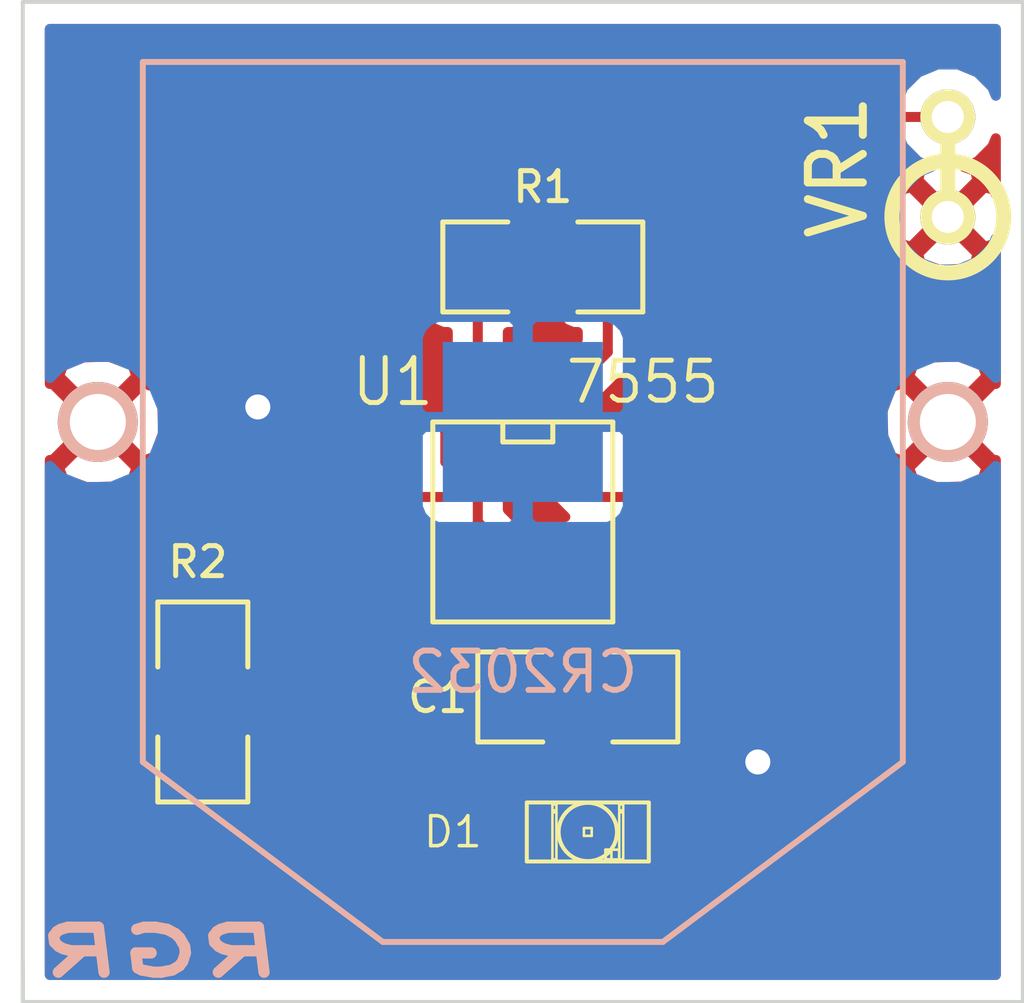
<source format=kicad_pcb>
(kicad_pcb (version 3) (host pcbnew "(2013-05-31 BZR 4019)-stable")

  (general
    (links 14)
    (no_connects 0)
    (area 60.401999 61.417999 87.5411 86.918001)
    (thickness 1.6)
    (drawings 13)
    (tracks 33)
    (zones 0)
    (modules 7)
    (nets 7)
  )

  (page A3)
  (layers
    (15 F.Cu signal)
    (0 B.Cu signal)
    (16 B.Adhes user)
    (17 F.Adhes user)
    (18 B.Paste user)
    (19 F.Paste user)
    (20 B.SilkS user)
    (21 F.SilkS user)
    (22 B.Mask user)
    (23 F.Mask user)
    (24 Dwgs.User user)
    (25 Cmts.User user)
    (26 Eco1.User user)
    (27 Eco2.User user)
    (28 Edge.Cuts user)
  )

  (setup
    (last_trace_width 0.254)
    (trace_clearance 0.254)
    (zone_clearance 0.508)
    (zone_45_only no)
    (trace_min 0.254)
    (segment_width 0.2)
    (edge_width 0.1)
    (via_size 0.889)
    (via_drill 0.635)
    (via_min_size 0.889)
    (via_min_drill 0.508)
    (uvia_size 0.508)
    (uvia_drill 0.127)
    (uvias_allowed no)
    (uvia_min_size 0.508)
    (uvia_min_drill 0.127)
    (pcb_text_width 0.3)
    (pcb_text_size 1.5 1.5)
    (mod_edge_width 0.15)
    (mod_text_size 1 1)
    (mod_text_width 0.15)
    (pad_size 4.064 4.064)
    (pad_drill 0)
    (pad_to_mask_clearance 0)
    (aux_axis_origin 0 0)
    (visible_elements FFFFFFBF)
    (pcbplotparams
      (layerselection 284196865)
      (usegerberextensions true)
      (excludeedgelayer true)
      (linewidth 0.150000)
      (plotframeref false)
      (viasonmask false)
      (mode 1)
      (useauxorigin false)
      (hpglpennumber 1)
      (hpglpenspeed 20)
      (hpglpendiameter 15)
      (hpglpenoverlay 2)
      (psnegative false)
      (psa4output false)
      (plotreference true)
      (plotvalue true)
      (plotothertext true)
      (plotinvisibletext false)
      (padsonsilk false)
      (subtractmaskfromsilk false)
      (outputformat 1)
      (mirror false)
      (drillshape 0)
      (scaleselection 1)
      (outputdirectory C:/Users/grant/Dropbox/BenchBuddy/GTB/Gerbers/))
  )

  (net 0 "")
  (net 1 GND)
  (net 2 N-000001)
  (net 3 N-000002)
  (net 4 N-000003)
  (net 5 N-000007)
  (net 6 VCC)

  (net_class Default "This is the default net class."
    (clearance 0.254)
    (trace_width 0.254)
    (via_dia 0.889)
    (via_drill 0.635)
    (uvia_dia 0.508)
    (uvia_drill 0.127)
    (add_net "")
    (add_net GND)
    (add_net N-000001)
    (add_net N-000002)
    (add_net N-000003)
    (add_net N-000007)
    (add_net VCC)
  )

  (module SO8N (layer F.Cu) (tedit 52522B2A) (tstamp 5251EC28)
    (at 73.152 74.676 270)
    (descr "Module CMS SOJ 8 pins large")
    (tags "CMS SOJ")
    (path /5251E58C)
    (attr smd)
    (fp_text reference U1 (at -3.556 3.302 360) (layer F.SilkS)
      (effects (font (size 1.143 1.016) (thickness 0.127)))
    )
    (fp_text value 7555 (at -3.556 -3.048 360) (layer F.SilkS)
      (effects (font (size 1.016 1.016) (thickness 0.127)))
    )
    (fp_line (start -2.54 -2.286) (end 2.54 -2.286) (layer F.SilkS) (width 0.127))
    (fp_line (start 2.54 -2.286) (end 2.54 2.286) (layer F.SilkS) (width 0.127))
    (fp_line (start 2.54 2.286) (end -2.54 2.286) (layer F.SilkS) (width 0.127))
    (fp_line (start -2.54 2.286) (end -2.54 -2.286) (layer F.SilkS) (width 0.127))
    (fp_line (start -2.54 -0.762) (end -2.032 -0.762) (layer F.SilkS) (width 0.127))
    (fp_line (start -2.032 -0.762) (end -2.032 0.508) (layer F.SilkS) (width 0.127))
    (fp_line (start -2.032 0.508) (end -2.54 0.508) (layer F.SilkS) (width 0.127))
    (pad 8 smd rect (at -1.905 -3.175 270) (size 0.508 1.143)
      (layers F.Cu F.Paste F.Mask)
      (net 6 VCC)
    )
    (pad 7 smd rect (at -0.635 -3.175 270) (size 0.508 1.143)
      (layers F.Cu F.Paste F.Mask)
      (net 2 N-000001)
    )
    (pad 6 smd rect (at 0.635 -3.175 270) (size 0.508 1.143)
      (layers F.Cu F.Paste F.Mask)
      (net 5 N-000007)
    )
    (pad 5 smd rect (at 1.905 -3.175 270) (size 0.508 1.143)
      (layers F.Cu F.Paste F.Mask)
    )
    (pad 4 smd rect (at 1.905 3.175 270) (size 0.508 1.143)
      (layers F.Cu F.Paste F.Mask)
      (net 6 VCC)
    )
    (pad 3 smd rect (at 0.635 3.175 270) (size 0.508 1.143)
      (layers F.Cu F.Paste F.Mask)
      (net 4 N-000003)
    )
    (pad 2 smd rect (at -0.635 3.175 270) (size 0.508 1.143)
      (layers F.Cu F.Paste F.Mask)
      (net 5 N-000007)
    )
    (pad 1 smd rect (at -1.905 3.175 270) (size 0.508 1.143)
      (layers F.Cu F.Paste F.Mask)
      (net 1 GND)
    )
    (model smd/cms_so8.wrl
      (at (xyz 0 0 0))
      (scale (xyz 0.5 0.38 0.5))
      (rotate (xyz 0 0 0))
    )
  )

  (module SM1206 (layer F.Cu) (tedit 52522A68) (tstamp 5251EC34)
    (at 74.549 79.121)
    (path /5251E5B9)
    (attr smd)
    (fp_text reference C1 (at -3.556 0) (layer F.SilkS)
      (effects (font (size 0.762 0.762) (thickness 0.127)))
    )
    (fp_text value 1U (at 0 0) (layer F.SilkS) hide
      (effects (font (size 0.762 0.762) (thickness 0.127)))
    )
    (fp_line (start -2.54 -1.143) (end -2.54 1.143) (layer F.SilkS) (width 0.127))
    (fp_line (start -2.54 1.143) (end -0.889 1.143) (layer F.SilkS) (width 0.127))
    (fp_line (start 0.889 -1.143) (end 2.54 -1.143) (layer F.SilkS) (width 0.127))
    (fp_line (start 2.54 -1.143) (end 2.54 1.143) (layer F.SilkS) (width 0.127))
    (fp_line (start 2.54 1.143) (end 0.889 1.143) (layer F.SilkS) (width 0.127))
    (fp_line (start -0.889 -1.143) (end -2.54 -1.143) (layer F.SilkS) (width 0.127))
    (pad 1 smd rect (at -1.651 0) (size 1.524 2.032)
      (layers F.Cu F.Paste F.Mask)
      (net 5 N-000007)
    )
    (pad 2 smd rect (at 1.651 0) (size 1.524 2.032)
      (layers F.Cu F.Paste F.Mask)
      (net 1 GND)
    )
    (model smd/chip_cms.wrl
      (at (xyz 0 0 0))
      (scale (xyz 0.17 0.16 0.16))
      (rotate (xyz 0 0 0))
    )
  )

  (module SM1206 (layer F.Cu) (tedit 52522B32) (tstamp 5251EC40)
    (at 73.66 68.199 180)
    (path /5251E5C8)
    (attr smd)
    (fp_text reference R1 (at 0 2.032 180) (layer F.SilkS)
      (effects (font (size 0.762 0.762) (thickness 0.127)))
    )
    (fp_text value 470K (at 0 0 180) (layer F.SilkS) hide
      (effects (font (size 0.762 0.762) (thickness 0.127)))
    )
    (fp_line (start -2.54 -1.143) (end -2.54 1.143) (layer F.SilkS) (width 0.127))
    (fp_line (start -2.54 1.143) (end -0.889 1.143) (layer F.SilkS) (width 0.127))
    (fp_line (start 0.889 -1.143) (end 2.54 -1.143) (layer F.SilkS) (width 0.127))
    (fp_line (start 2.54 -1.143) (end 2.54 1.143) (layer F.SilkS) (width 0.127))
    (fp_line (start 2.54 1.143) (end 0.889 1.143) (layer F.SilkS) (width 0.127))
    (fp_line (start -0.889 -1.143) (end -2.54 -1.143) (layer F.SilkS) (width 0.127))
    (pad 1 smd rect (at -1.651 0 180) (size 1.524 2.032)
      (layers F.Cu F.Paste F.Mask)
      (net 2 N-000001)
    )
    (pad 2 smd rect (at 1.651 0 180) (size 1.524 2.032)
      (layers F.Cu F.Paste F.Mask)
      (net 5 N-000007)
    )
    (model smd/chip_cms.wrl
      (at (xyz 0 0 0))
      (scale (xyz 0.17 0.16 0.16))
      (rotate (xyz 0 0 0))
    )
  )

  (module SM1206 (layer F.Cu) (tedit 52522B9B) (tstamp 5251EC4C)
    (at 65.024 79.248 270)
    (path /5251E644)
    (attr smd)
    (fp_text reference R2 (at -3.556 0.127 360) (layer F.SilkS)
      (effects (font (size 0.762 0.762) (thickness 0.127)))
    )
    (fp_text value 1k (at 0 0 270) (layer F.SilkS) hide
      (effects (font (size 0.762 0.762) (thickness 0.127)))
    )
    (fp_line (start -2.54 -1.143) (end -2.54 1.143) (layer F.SilkS) (width 0.127))
    (fp_line (start -2.54 1.143) (end -0.889 1.143) (layer F.SilkS) (width 0.127))
    (fp_line (start 0.889 -1.143) (end 2.54 -1.143) (layer F.SilkS) (width 0.127))
    (fp_line (start 2.54 -1.143) (end 2.54 1.143) (layer F.SilkS) (width 0.127))
    (fp_line (start 2.54 1.143) (end 0.889 1.143) (layer F.SilkS) (width 0.127))
    (fp_line (start -0.889 -1.143) (end -2.54 -1.143) (layer F.SilkS) (width 0.127))
    (pad 1 smd rect (at -1.651 0 270) (size 1.524 2.032)
      (layers F.Cu F.Paste F.Mask)
      (net 4 N-000003)
    )
    (pad 2 smd rect (at 1.651 0 270) (size 1.524 2.032)
      (layers F.Cu F.Paste F.Mask)
      (net 3 N-000002)
    )
    (model smd/chip_cms.wrl
      (at (xyz 0 0 0))
      (scale (xyz 0.17 0.16 0.16))
      (rotate (xyz 0 0 0))
    )
  )

  (module R1 (layer F.Cu) (tedit 52522AD9) (tstamp 5251EC54)
    (at 83.947 65.659 90)
    (descr "Resistance verticale")
    (tags R)
    (path /5251E5D7)
    (autoplace_cost90 10)
    (autoplace_cost180 10)
    (fp_text reference VR1 (at 0 -2.794 90) (layer F.SilkS)
      (effects (font (size 1.397 1.27) (thickness 0.2032)))
    )
    (fp_text value LDR (at -1.143 2.54 90) (layer F.SilkS) hide
      (effects (font (size 1.397 1.27) (thickness 0.2032)))
    )
    (fp_line (start -1.27 0) (end 1.27 0) (layer F.SilkS) (width 0.381))
    (fp_circle (center -1.27 0) (end -0.635 1.27) (layer F.SilkS) (width 0.381))
    (pad 1 thru_hole circle (at -1.27 0 90) (size 1.397 1.397) (drill 0.8128)
      (layers *.Cu *.Mask F.SilkS)
      (net 6 VCC)
    )
    (pad 2 thru_hole circle (at 1.27 0 90) (size 1.397 1.397) (drill 0.8128)
      (layers *.Cu *.Mask F.SilkS)
      (net 2 N-000001)
    )
    (model discret/verti_resistor.wrl
      (at (xyz 0 0 0))
      (scale (xyz 1 1 1))
      (rotate (xyz 0 0 0))
    )
  )

  (module LED-1206 (layer F.Cu) (tedit 52522A86) (tstamp 5251EC7E)
    (at 74.803 82.55)
    (descr "LED 1206 smd package")
    (tags "LED1206 SMD")
    (path /5251E5E6)
    (attr smd)
    (fp_text reference D1 (at -3.429 0) (layer F.SilkS)
      (effects (font (size 0.762 0.762) (thickness 0.0889)))
    )
    (fp_text value LED (at 0 1.524) (layer F.SilkS) hide
      (effects (font (size 0.762 0.762) (thickness 0.0889)))
    )
    (fp_line (start -0.09906 0.09906) (end 0.09906 0.09906) (layer F.SilkS) (width 0.06604))
    (fp_line (start 0.09906 0.09906) (end 0.09906 -0.09906) (layer F.SilkS) (width 0.06604))
    (fp_line (start -0.09906 -0.09906) (end 0.09906 -0.09906) (layer F.SilkS) (width 0.06604))
    (fp_line (start -0.09906 0.09906) (end -0.09906 -0.09906) (layer F.SilkS) (width 0.06604))
    (fp_line (start 0.44958 0.6985) (end 0.79756 0.6985) (layer F.SilkS) (width 0.06604))
    (fp_line (start 0.79756 0.6985) (end 0.79756 0.44958) (layer F.SilkS) (width 0.06604))
    (fp_line (start 0.44958 0.44958) (end 0.79756 0.44958) (layer F.SilkS) (width 0.06604))
    (fp_line (start 0.44958 0.6985) (end 0.44958 0.44958) (layer F.SilkS) (width 0.06604))
    (fp_line (start 0.79756 0.6985) (end 0.89916 0.6985) (layer F.SilkS) (width 0.06604))
    (fp_line (start 0.89916 0.6985) (end 0.89916 -0.49784) (layer F.SilkS) (width 0.06604))
    (fp_line (start 0.79756 -0.49784) (end 0.89916 -0.49784) (layer F.SilkS) (width 0.06604))
    (fp_line (start 0.79756 0.6985) (end 0.79756 -0.49784) (layer F.SilkS) (width 0.06604))
    (fp_line (start 0.79756 -0.54864) (end 0.89916 -0.54864) (layer F.SilkS) (width 0.06604))
    (fp_line (start 0.89916 -0.54864) (end 0.89916 -0.6985) (layer F.SilkS) (width 0.06604))
    (fp_line (start 0.79756 -0.6985) (end 0.89916 -0.6985) (layer F.SilkS) (width 0.06604))
    (fp_line (start 0.79756 -0.54864) (end 0.79756 -0.6985) (layer F.SilkS) (width 0.06604))
    (fp_line (start -0.89916 0.6985) (end -0.79756 0.6985) (layer F.SilkS) (width 0.06604))
    (fp_line (start -0.79756 0.6985) (end -0.79756 -0.49784) (layer F.SilkS) (width 0.06604))
    (fp_line (start -0.89916 -0.49784) (end -0.79756 -0.49784) (layer F.SilkS) (width 0.06604))
    (fp_line (start -0.89916 0.6985) (end -0.89916 -0.49784) (layer F.SilkS) (width 0.06604))
    (fp_line (start -0.89916 -0.54864) (end -0.79756 -0.54864) (layer F.SilkS) (width 0.06604))
    (fp_line (start -0.79756 -0.54864) (end -0.79756 -0.6985) (layer F.SilkS) (width 0.06604))
    (fp_line (start -0.89916 -0.6985) (end -0.79756 -0.6985) (layer F.SilkS) (width 0.06604))
    (fp_line (start -0.89916 -0.54864) (end -0.89916 -0.6985) (layer F.SilkS) (width 0.06604))
    (fp_line (start 0.44958 0.6985) (end 0.59944 0.6985) (layer F.SilkS) (width 0.06604))
    (fp_line (start 0.59944 0.6985) (end 0.59944 0.44958) (layer F.SilkS) (width 0.06604))
    (fp_line (start 0.44958 0.44958) (end 0.59944 0.44958) (layer F.SilkS) (width 0.06604))
    (fp_line (start 0.44958 0.6985) (end 0.44958 0.44958) (layer F.SilkS) (width 0.06604))
    (fp_line (start 1.5494 0.7493) (end -1.5494 0.7493) (layer F.SilkS) (width 0.1016))
    (fp_line (start -1.5494 0.7493) (end -1.5494 -0.7493) (layer F.SilkS) (width 0.1016))
    (fp_line (start -1.5494 -0.7493) (end 1.5494 -0.7493) (layer F.SilkS) (width 0.1016))
    (fp_line (start 1.5494 -0.7493) (end 1.5494 0.7493) (layer F.SilkS) (width 0.1016))
    (fp_arc (start 0 0) (end 0.54864 0.49784) (angle 95.4) (layer F.SilkS) (width 0.1016))
    (fp_arc (start 0 0) (end -0.54864 0.49784) (angle 84.5) (layer F.SilkS) (width 0.1016))
    (fp_arc (start 0 0) (end -0.54864 -0.49784) (angle 95.4) (layer F.SilkS) (width 0.1016))
    (fp_arc (start 0 0) (end 0.54864 -0.49784) (angle 84.5) (layer F.SilkS) (width 0.1016))
    (pad 1 smd rect (at -1.41986 0) (size 1.59766 1.80086)
      (layers F.Cu F.Paste F.Mask)
      (net 3 N-000002)
    )
    (pad 2 smd rect (at 1.41986 0) (size 1.59766 1.80086)
      (layers F.Cu F.Paste F.Mask)
      (net 1 GND)
    )
  )

  (module CR2032 (layer B.Cu) (tedit 52522B7D) (tstamp 5252190F)
    (at 73.152 72.136 180)
    (path /5251E749)
    (fp_text reference BT1 (at 0 7.62 180) (layer B.SilkS) hide
      (effects (font (size 1 1) (thickness 0.15)) (justify mirror))
    )
    (fp_text value CR2032 (at 0 -6.35 180) (layer B.SilkS)
      (effects (font (size 1 1) (thickness 0.15)) (justify mirror))
    )
    (fp_line (start 9.652 0) (end 9.652 9.144) (layer B.SilkS) (width 0.15))
    (fp_line (start 9.652 9.144) (end -9.652 9.144) (layer B.SilkS) (width 0.15))
    (fp_line (start -9.652 9.144) (end -9.652 0) (layer B.SilkS) (width 0.15))
    (fp_line (start -9.652 0) (end -9.652 -8.636) (layer B.SilkS) (width 0.15))
    (fp_line (start -9.652 -8.636) (end -3.556 -13.208) (layer B.SilkS) (width 0.15))
    (fp_line (start -3.556 -13.208) (end 3.556 -13.208) (layer B.SilkS) (width 0.15))
    (fp_line (start 3.556 -13.208) (end 9.652 -8.636) (layer B.SilkS) (width 0.15))
    (fp_line (start 9.652 -8.636) (end 9.652 0) (layer B.SilkS) (width 0.15))
    (pad 2 smd rect (at 0 0 180) (size 4.064 4.064)
      (layers B.Cu B.Paste B.Mask)
      (net 1 GND)
    )
    (pad 1 thru_hole circle (at 10.795 0 180) (size 2.032 2.032) (drill 1.4224)
      (layers *.Cu *.Mask B.SilkS)
      (net 6 VCC)
    )
    (pad 1 thru_hole circle (at -10.795 0 180) (size 2.032 2.032) (drill 1.4224)
      (layers *.Cu *.Mask B.SilkS)
      (net 6 VCC)
    )
  )

  (gr_text Blinky (at 64.643 67.564 270) (layer F.Mask)
    (effects (font (size 1.5 1.5) (thickness 0.3) italic))
  )
  (gr_text to (at 65.278 63.373) (layer F.Mask)
    (effects (font (size 1.5 1.5) (thickness 0.3)))
  )
  (gr_text "Getting\n\n" (at 62.484 70.231 90) (layer F.Mask)
    (effects (font (size 1.5 1.5) (thickness 0.3)) (justify left))
  )
  (gr_text RGR (at 64.008 85.598) (layer B.SilkS)
    (effects (font (size 1.143 2.032) (thickness 0.28575) italic) (justify mirror))
  )
  (gr_line (start 85.852 86.868) (end 85.852 61.468) (angle 90) (layer Edge.Cuts) (width 0.1))
  (gr_line (start 60.452 61.468) (end 60.452 84.836) (angle 90) (layer Edge.Cuts) (width 0.1))
  (gr_line (start 60.452 61.468) (end 85.852 61.468) (angle 90) (layer Edge.Cuts) (width 0.1))
  (gr_line (start 60.452 84.836) (end 60.452 86.868) (angle 90) (layer Edge.Cuts) (width 0.1))
  (gr_line (start 60.452 86.868) (end 60.452 85.852) (angle 90) (layer Edge.Cuts) (width 0.1))
  (gr_line (start 63.5 86.868) (end 60.452 86.868) (angle 90) (layer Edge.Cuts) (width 0.1))
  (gr_line (start 60.452 86.868) (end 62.992 86.868) (angle 90) (layer Edge.Cuts) (width 0.1))
  (gr_line (start 60.452 86.36) (end 60.452 86.868) (angle 90) (layer Edge.Cuts) (width 0.1))
  (gr_line (start 62.992 86.868) (end 85.852 86.868) (angle 90) (layer Edge.Cuts) (width 0.1))

  (via (at 79.121 80.772) (size 0.889) (layers F.Cu B.Cu) (net 1))
  (segment (start 76.22286 82.55) (end 78.232 82.55) (width 0.254) (layer F.Cu) (net 1))
  (segment (start 78.359 79.121) (end 76.2 79.121) (width 0.254) (layer F.Cu) (net 1) (tstamp 525224E1))
  (segment (start 79.121 79.883) (end 78.359 79.121) (width 0.254) (layer F.Cu) (net 1) (tstamp 525224DD))
  (segment (start 79.121 81.661) (end 79.121 80.772) (width 0.254) (layer F.Cu) (net 1) (tstamp 525224D9))
  (segment (start 79.121 80.772) (end 79.121 79.883) (width 0.254) (layer F.Cu) (net 1) (tstamp 52522502))
  (segment (start 78.232 82.55) (end 79.121 81.661) (width 0.254) (layer F.Cu) (net 1) (tstamp 525224C0))
  (via (at 66.421 71.755) (size 0.889) (layers F.Cu B.Cu) (net 1))
  (segment (start 66.421 71.755) (end 67.437 72.771) (width 0.254) (layer F.Cu) (net 1) (tstamp 525223FF))
  (segment (start 67.437 72.771) (end 69.977 72.771) (width 0.254) (layer F.Cu) (net 1))
  (segment (start 75.311 68.199) (end 75.311 65.786) (width 0.254) (layer F.Cu) (net 2))
  (segment (start 76.708 64.389) (end 83.947 64.389) (width 0.254) (layer F.Cu) (net 2) (tstamp 52522213))
  (segment (start 75.311 65.786) (end 76.708 64.389) (width 0.254) (layer F.Cu) (net 2) (tstamp 52522200))
  (segment (start 75.311 68.199) (end 75.311 70.358) (width 0.254) (layer F.Cu) (net 2))
  (segment (start 74.803 74.041) (end 76.327 74.041) (width 0.254) (layer F.Cu) (net 2) (tstamp 52522155))
  (segment (start 74.422 73.66) (end 74.803 74.041) (width 0.254) (layer F.Cu) (net 2) (tstamp 5252214E))
  (segment (start 74.422 71.247) (end 74.422 73.66) (width 0.254) (layer F.Cu) (net 2) (tstamp 5252214A))
  (segment (start 75.311 70.358) (end 74.422 71.247) (width 0.254) (layer F.Cu) (net 2) (tstamp 52522144))
  (segment (start 65.024 80.899) (end 67.945 80.899) (width 0.254) (layer F.Cu) (net 3))
  (segment (start 69.596 82.55) (end 73.38314 82.55) (width 0.254) (layer F.Cu) (net 3) (tstamp 5252228E))
  (segment (start 67.945 80.899) (end 69.596 82.55) (width 0.254) (layer F.Cu) (net 3) (tstamp 5252227C))
  (segment (start 65.024 77.597) (end 65.024 75.946) (width 0.254) (layer F.Cu) (net 4))
  (segment (start 65.659 75.311) (end 69.977 75.311) (width 0.254) (layer F.Cu) (net 4) (tstamp 52521D2D))
  (segment (start 65.024 75.946) (end 65.659 75.311) (width 0.254) (layer F.Cu) (net 4) (tstamp 52521D16))
  (segment (start 72.898 79.121) (end 72.898 76.962) (width 0.254) (layer F.Cu) (net 5))
  (segment (start 72.009 76.073) (end 72.009 74.676) (width 0.254) (layer F.Cu) (net 5) (tstamp 525221C1))
  (segment (start 72.898 76.962) (end 72.009 76.073) (width 0.254) (layer F.Cu) (net 5) (tstamp 525221B6))
  (segment (start 76.327 75.311) (end 72.644 75.311) (width 0.254) (layer F.Cu) (net 5))
  (segment (start 72.009 74.676) (end 72.009 73.406) (width 0.254) (layer F.Cu) (net 5) (tstamp 5252218B))
  (segment (start 72.644 75.311) (end 72.009 74.676) (width 0.254) (layer F.Cu) (net 5) (tstamp 5252217B))
  (segment (start 72.009 68.199) (end 72.009 73.406) (width 0.254) (layer F.Cu) (net 5))
  (segment (start 71.374 74.041) (end 69.977 74.041) (width 0.254) (layer F.Cu) (net 5) (tstamp 52522168))
  (segment (start 72.009 73.406) (end 71.374 74.041) (width 0.254) (layer F.Cu) (net 5) (tstamp 5252215D))

  (zone (net 6) (net_name VCC) (layer F.Cu) (tstamp 52521F05) (hatch edge 0.508)
    (connect_pads (clearance 0.508))
    (min_thickness 0.254)
    (fill (arc_segments 16) (thermal_gap 0.508) (thermal_bridge_width 0.508))
    (polygon
      (pts
        (xy 85.598 86.614) (xy 60.706 86.614) (xy 60.706 61.722) (xy 85.598 61.722)
      )
    )
    (filled_polygon
      (pts
        (xy 85.167 86.183) (xy 84.931502 86.183) (xy 84.931502 73.300107) (xy 83.947 72.315605) (xy 83.767395 72.49521)
        (xy 83.767395 72.136) (xy 82.782893 71.151498) (xy 82.514378 71.25212) (xy 82.285184 71.867642) (xy 82.308986 72.524019)
        (xy 82.514378 73.01988) (xy 82.782893 73.120502) (xy 83.767395 72.136) (xy 83.767395 72.49521) (xy 82.962498 73.300107)
        (xy 83.06312 73.568622) (xy 83.678642 73.797816) (xy 84.335019 73.774014) (xy 84.83088 73.568622) (xy 84.931502 73.300107)
        (xy 84.931502 86.183) (xy 63.5 86.183) (xy 63.341502 86.183) (xy 63.341502 73.300107) (xy 62.357 72.315605)
        (xy 61.372498 73.300107) (xy 61.47312 73.568622) (xy 62.088642 73.797816) (xy 62.745019 73.774014) (xy 63.24088 73.568622)
        (xy 63.341502 73.300107) (xy 63.341502 86.183) (xy 62.992 86.183) (xy 61.137 86.183) (xy 61.137 85.852)
        (xy 61.137 84.836) (xy 61.137 73.099556) (xy 61.192893 73.120502) (xy 62.177395 72.136) (xy 61.192893 71.151498)
        (xy 61.137 71.172443) (xy 61.137 62.153) (xy 85.167 62.153) (xy 85.167 63.849665) (xy 85.078145 63.63462)
        (xy 84.703353 63.259174) (xy 84.213413 63.055733) (xy 83.682914 63.05527) (xy 83.19262 63.257855) (xy 82.82283 63.627)
        (xy 76.708 63.627) (xy 76.416395 63.685004) (xy 76.169184 63.850185) (xy 74.772185 65.247185) (xy 74.607004 65.494395)
        (xy 74.549 65.786) (xy 74.549 66.54789) (xy 74.423245 66.54789) (xy 74.189771 66.644359) (xy 74.010987 66.822832)
        (xy 73.914111 67.056136) (xy 73.91389 67.308755) (xy 73.91389 69.340755) (xy 74.010359 69.574229) (xy 74.188832 69.753013)
        (xy 74.422136 69.849889) (xy 74.549 69.849999) (xy 74.549 70.042369) (xy 73.883185 70.708185) (xy 73.718004 70.955395)
        (xy 73.66 71.247) (xy 73.66 73.66) (xy 73.718004 73.951605) (xy 73.883185 74.198815) (xy 74.233369 74.549)
        (xy 72.95963 74.549) (xy 72.771 74.360369) (xy 72.771 73.406) (xy 72.771 69.85011) (xy 72.896755 69.85011)
        (xy 73.130229 69.753641) (xy 73.309013 69.575168) (xy 73.405889 69.341864) (xy 73.40611 69.089245) (xy 73.40611 67.057245)
        (xy 73.309641 66.823771) (xy 73.131168 66.644987) (xy 72.897864 66.548111) (xy 72.645245 66.54789) (xy 71.121245 66.54789)
        (xy 70.887771 66.644359) (xy 70.708987 66.822832) (xy 70.612111 67.056136) (xy 70.61189 67.308755) (xy 70.61189 69.340755)
        (xy 70.708359 69.574229) (xy 70.886832 69.753013) (xy 71.120136 69.849889) (xy 71.247 69.849999) (xy 71.247 73.090369)
        (xy 71.181886 73.155483) (xy 71.183389 73.151864) (xy 71.18361 72.899245) (xy 71.18361 72.391245) (xy 71.087141 72.157771)
        (xy 70.908668 71.978987) (xy 70.675364 71.882111) (xy 70.422745 71.88189) (xy 69.279745 71.88189) (xy 69.046271 71.978359)
        (xy 69.015576 72.009) (xy 67.75263 72.009) (xy 67.500499 71.756868) (xy 67.500687 71.541216) (xy 67.336689 71.144311)
        (xy 67.033286 70.840378) (xy 66.636668 70.675687) (xy 66.207216 70.675313) (xy 65.810311 70.839311) (xy 65.506378 71.142714)
        (xy 65.341687 71.539332) (xy 65.341313 71.968784) (xy 65.505311 72.365689) (xy 65.808714 72.669622) (xy 66.205332 72.834313)
        (xy 66.422871 72.834502) (xy 66.898184 73.309815) (xy 66.898185 73.309815) (xy 67.145395 73.474996) (xy 67.436999 73.532999)
        (xy 67.437 73.533) (xy 68.823402 73.533) (xy 68.770611 73.660136) (xy 68.77039 73.912755) (xy 68.77039 74.420755)
        (xy 68.823379 74.549) (xy 65.659 74.549) (xy 65.367395 74.607004) (xy 65.120184 74.772185) (xy 64.485185 75.407185)
        (xy 64.320004 75.654395) (xy 64.262 75.946) (xy 64.262 76.19989) (xy 64.018816 76.19989) (xy 64.018816 72.404358)
        (xy 63.995014 71.747981) (xy 63.789622 71.25212) (xy 63.521107 71.151498) (xy 63.341502 71.331103) (xy 63.341502 70.971893)
        (xy 63.24088 70.703378) (xy 62.625358 70.474184) (xy 61.968981 70.497986) (xy 61.47312 70.703378) (xy 61.372498 70.971893)
        (xy 62.357 71.956395) (xy 63.341502 70.971893) (xy 63.341502 71.331103) (xy 62.536605 72.136) (xy 63.521107 73.120502)
        (xy 63.789622 73.01988) (xy 64.018816 72.404358) (xy 64.018816 76.19989) (xy 63.882245 76.19989) (xy 63.648771 76.296359)
        (xy 63.469987 76.474832) (xy 63.373111 76.708136) (xy 63.37289 76.960755) (xy 63.37289 78.484755) (xy 63.469359 78.718229)
        (xy 63.647832 78.897013) (xy 63.881136 78.993889) (xy 64.133755 78.99411) (xy 66.165755 78.99411) (xy 66.399229 78.897641)
        (xy 66.578013 78.719168) (xy 66.674889 78.485864) (xy 66.67511 78.233245) (xy 66.67511 76.709245) (xy 66.578641 76.475771)
        (xy 66.400168 76.296987) (xy 66.166864 76.200111) (xy 65.914245 76.19989) (xy 65.84774 76.19989) (xy 65.97463 76.073)
        (xy 68.823379 76.073) (xy 68.77039 76.201245) (xy 68.7705 76.29525) (xy 68.92925 76.454) (xy 69.85 76.454)
        (xy 69.85 76.434) (xy 70.104 76.434) (xy 70.104 76.454) (xy 71.02475 76.454) (xy 71.1835 76.29525)
        (xy 71.18361 76.201245) (xy 71.087141 75.967771) (xy 71.065526 75.946118) (xy 71.086513 75.925168) (xy 71.183389 75.691864)
        (xy 71.18361 75.439245) (xy 71.18361 74.931245) (xy 71.13062 74.803) (xy 71.247 74.803) (xy 71.247 76.073)
        (xy 71.305004 76.364605) (xy 71.470185 76.611815) (xy 72.136 77.27763) (xy 72.136 77.46989) (xy 72.010245 77.46989)
        (xy 71.776771 77.566359) (xy 71.597987 77.744832) (xy 71.501111 77.978136) (xy 71.50089 78.230755) (xy 71.50089 80.262755)
        (xy 71.597359 80.496229) (xy 71.775832 80.675013) (xy 72.009136 80.771889) (xy 72.261755 80.77211) (xy 73.785755 80.77211)
        (xy 74.019229 80.675641) (xy 74.198013 80.497168) (xy 74.294889 80.263864) (xy 74.29511 80.011245) (xy 74.29511 77.979245)
        (xy 74.198641 77.745771) (xy 74.020168 77.566987) (xy 73.786864 77.470111) (xy 73.66 77.47) (xy 73.66 76.962)
        (xy 73.659999 76.961999) (xy 73.601996 76.670395) (xy 73.436815 76.423185) (xy 73.436815 76.423184) (xy 73.08663 76.073)
        (xy 75.173402 76.073) (xy 75.120611 76.200136) (xy 75.12039 76.452755) (xy 75.12039 76.960755) (xy 75.216859 77.194229)
        (xy 75.395332 77.373013) (xy 75.628636 77.469889) (xy 75.629779 77.46989) (xy 75.312245 77.46989) (xy 75.078771 77.566359)
        (xy 74.899987 77.744832) (xy 74.803111 77.978136) (xy 74.80289 78.230755) (xy 74.80289 80.262755) (xy 74.899359 80.496229)
        (xy 75.077832 80.675013) (xy 75.311136 80.771889) (xy 75.563755 80.77211) (xy 77.087755 80.77211) (xy 77.321229 80.675641)
        (xy 77.500013 80.497168) (xy 77.596889 80.263864) (xy 77.59711 80.011245) (xy 77.59711 79.883) (xy 78.043369 79.883)
        (xy 78.26328 80.10291) (xy 78.206378 80.159714) (xy 78.041687 80.556332) (xy 78.041313 80.985784) (xy 78.205311 81.382689)
        (xy 78.263444 81.440924) (xy 77.916369 81.788) (xy 77.6568 81.788) (xy 77.6568 81.523815) (xy 77.560331 81.290341)
        (xy 77.381858 81.111557) (xy 77.148554 81.014681) (xy 76.895935 81.01446) (xy 75.298275 81.01446) (xy 75.064801 81.110929)
        (xy 74.886017 81.289402) (xy 74.802915 81.489533) (xy 74.720611 81.290341) (xy 74.542138 81.111557) (xy 74.308834 81.014681)
        (xy 74.056215 81.01446) (xy 72.458555 81.01446) (xy 72.225081 81.110929) (xy 72.046297 81.289402) (xy 71.949421 81.522706)
        (xy 71.9492 81.775325) (xy 71.9492 81.788) (xy 71.18361 81.788) (xy 71.18361 76.960755) (xy 71.1835 76.86675)
        (xy 71.02475 76.708) (xy 70.104 76.708) (xy 70.104 77.31125) (xy 70.26275 77.47) (xy 70.422745 77.47011)
        (xy 70.675364 77.469889) (xy 70.908668 77.373013) (xy 71.087141 77.194229) (xy 71.18361 76.960755) (xy 71.18361 81.788)
        (xy 69.91163 81.788) (xy 69.85 81.72637) (xy 69.85 77.31125) (xy 69.85 76.708) (xy 68.92925 76.708)
        (xy 68.7705 76.86675) (xy 68.77039 76.960755) (xy 68.866859 77.194229) (xy 69.045332 77.373013) (xy 69.278636 77.469889)
        (xy 69.531255 77.47011) (xy 69.69125 77.47) (xy 69.85 77.31125) (xy 69.85 81.72637) (xy 68.483815 80.360185)
        (xy 68.236605 80.195004) (xy 67.945 80.137) (xy 66.67511 80.137) (xy 66.67511 80.011245) (xy 66.578641 79.777771)
        (xy 66.400168 79.598987) (xy 66.166864 79.502111) (xy 65.914245 79.50189) (xy 63.882245 79.50189) (xy 63.648771 79.598359)
        (xy 63.469987 79.776832) (xy 63.373111 80.010136) (xy 63.37289 80.262755) (xy 63.37289 81.786755) (xy 63.469359 82.020229)
        (xy 63.647832 82.199013) (xy 63.881136 82.295889) (xy 64.133755 82.29611) (xy 66.165755 82.29611) (xy 66.399229 82.199641)
        (xy 66.578013 82.021168) (xy 66.674889 81.787864) (xy 66.674999 81.661) (xy 67.629369 81.661) (xy 69.057184 83.088815)
        (xy 69.057185 83.088815) (xy 69.304395 83.253996) (xy 69.596 83.312) (xy 71.9492 83.312) (xy 71.9492 83.576185)
        (xy 72.045669 83.809659) (xy 72.224142 83.988443) (xy 72.457446 84.085319) (xy 72.710065 84.08554) (xy 74.307725 84.08554)
        (xy 74.541199 83.989071) (xy 74.719983 83.810598) (xy 74.803084 83.610466) (xy 74.885389 83.809659) (xy 75.063862 83.988443)
        (xy 75.297166 84.085319) (xy 75.549785 84.08554) (xy 77.147445 84.08554) (xy 77.380919 83.989071) (xy 77.559703 83.810598)
        (xy 77.656579 83.577294) (xy 77.6568 83.324675) (xy 77.6568 83.312) (xy 78.232 83.312) (xy 78.232 83.311999)
        (xy 78.523604 83.253996) (xy 78.523605 83.253996) (xy 78.770815 83.088815) (xy 79.659815 82.199816) (xy 79.659815 82.199815)
        (xy 79.824996 81.952605) (xy 79.882999 81.661001) (xy 79.883 81.661) (xy 79.883 81.536641) (xy 80.035622 81.384286)
        (xy 80.200313 80.987668) (xy 80.200687 80.558216) (xy 80.036689 80.161311) (xy 79.883 80.007353) (xy 79.883 79.883)
        (xy 79.882999 79.882999) (xy 79.824996 79.591395) (xy 79.659815 79.344185) (xy 79.659815 79.344184) (xy 78.897815 78.582185)
        (xy 78.650605 78.417004) (xy 78.359 78.359) (xy 77.59711 78.359) (xy 77.59711 77.979245) (xy 77.500641 77.745771)
        (xy 77.322168 77.566987) (xy 77.088864 77.470111) (xy 77.024389 77.470054) (xy 77.257729 77.373641) (xy 77.436513 77.195168)
        (xy 77.533389 76.961864) (xy 77.53361 76.709245) (xy 77.53361 76.201245) (xy 77.437141 75.967771) (xy 77.415526 75.946118)
        (xy 77.436513 75.925168) (xy 77.533389 75.691864) (xy 77.53361 75.439245) (xy 77.53361 74.931245) (xy 77.437141 74.697771)
        (xy 77.415526 74.676118) (xy 77.436513 74.655168) (xy 77.533389 74.421864) (xy 77.53361 74.169245) (xy 77.53361 73.661245)
        (xy 77.437141 73.427771) (xy 77.415407 73.406) (xy 77.437141 73.384229) (xy 77.53361 73.150755) (xy 77.53361 72.391245)
        (xy 77.437141 72.157771) (xy 77.258668 71.978987) (xy 77.025364 71.882111) (xy 76.772745 71.88189) (xy 76.61275 71.882)
        (xy 76.454 72.04075) (xy 76.454 72.644) (xy 77.37475 72.644) (xy 77.5335 72.48525) (xy 77.53361 72.391245)
        (xy 77.53361 73.150755) (xy 77.5335 73.05675) (xy 77.37475 72.898) (xy 76.454 72.898) (xy 76.454 72.918)
        (xy 76.2 72.918) (xy 76.2 72.898) (xy 76.18 72.898) (xy 76.18 72.644) (xy 76.2 72.644)
        (xy 76.2 72.04075) (xy 76.04125 71.882) (xy 75.881255 71.88189) (xy 75.628636 71.882111) (xy 75.395332 71.978987)
        (xy 75.216859 72.157771) (xy 75.184 72.237296) (xy 75.184 71.56263) (xy 75.849815 70.896816) (xy 75.849815 70.896815)
        (xy 76.014996 70.649605) (xy 76.072999 70.358001) (xy 76.073 70.358) (xy 76.073 69.85011) (xy 76.198755 69.85011)
        (xy 76.432229 69.753641) (xy 76.611013 69.575168) (xy 76.707889 69.341864) (xy 76.70811 69.089245) (xy 76.70811 67.057245)
        (xy 76.611641 66.823771) (xy 76.433168 66.644987) (xy 76.199864 66.548111) (xy 76.073 66.548) (xy 76.073 66.10163)
        (xy 77.02363 65.151) (xy 82.823461 65.151) (xy 83.190647 65.518826) (xy 83.512122 65.652314) (xy 83.254072 65.759202)
        (xy 83.192419 65.994814) (xy 83.947 66.749395) (xy 84.701581 65.994814) (xy 84.639928 65.759202) (xy 84.360683 65.660917)
        (xy 84.70138 65.520145) (xy 85.076826 65.145353) (xy 85.167 64.92819) (xy 85.167 66.35727) (xy 85.116798 66.236072)
        (xy 84.881186 66.174419) (xy 84.126605 66.929) (xy 84.881186 67.683581) (xy 85.116798 67.621928) (xy 85.167 67.479294)
        (xy 85.167 71.172443) (xy 85.111107 71.151498) (xy 84.931502 71.331103) (xy 84.931502 70.971893) (xy 84.83088 70.703378)
        (xy 84.701581 70.655232) (xy 84.701581 67.863186) (xy 83.947 67.108605) (xy 83.767395 67.28821) (xy 83.767395 66.929)
        (xy 83.012814 66.174419) (xy 82.777202 66.236072) (xy 82.601076 66.73648) (xy 82.629854 67.266198) (xy 82.777202 67.621928)
        (xy 83.012814 67.683581) (xy 83.767395 66.929) (xy 83.767395 67.28821) (xy 83.192419 67.863186) (xy 83.254072 68.098798)
        (xy 83.75448 68.274924) (xy 84.284198 68.246146) (xy 84.639928 68.098798) (xy 84.701581 67.863186) (xy 84.701581 70.655232)
        (xy 84.215358 70.474184) (xy 83.558981 70.497986) (xy 83.06312 70.703378) (xy 82.962498 70.971893) (xy 83.947 71.956395)
        (xy 84.931502 70.971893) (xy 84.931502 71.331103) (xy 84.126605 72.136) (xy 85.111107 73.120502) (xy 85.167 73.099556)
        (xy 85.167 86.183)
      )
    )
  )
  (zone (net 1) (net_name GND) (layer B.Cu) (tstamp 52522327) (hatch edge 0.508)
    (connect_pads (clearance 0.508))
    (min_thickness 0.254)
    (fill (arc_segments 16) (thermal_gap 0.508) (thermal_bridge_width 0.508))
    (polygon
      (pts
        (xy 85.725 86.741) (xy 60.579 86.741) (xy 60.579 61.595) (xy 85.725 61.595)
      )
    )
    (filled_polygon
      (pts
        (xy 85.167 86.183) (xy 75.81911 86.183) (xy 75.81911 74.042245) (xy 75.81911 70.229755) (xy 75.818889 69.977136)
        (xy 75.722013 69.743832) (xy 75.543229 69.565359) (xy 75.309755 69.46889) (xy 73.43775 69.469) (xy 73.279 69.62775)
        (xy 73.279 72.009) (xy 75.66025 72.009) (xy 75.819 71.85025) (xy 75.81911 70.229755) (xy 75.81911 74.042245)
        (xy 75.819 72.42175) (xy 75.66025 72.263) (xy 73.279 72.263) (xy 73.279 74.64425) (xy 73.43775 74.803)
        (xy 75.309755 74.80311) (xy 75.543229 74.706641) (xy 75.722013 74.528168) (xy 75.818889 74.294864) (xy 75.81911 74.042245)
        (xy 75.81911 86.183) (xy 73.025 86.183) (xy 73.025 74.64425) (xy 73.025 72.263) (xy 73.025 72.009)
        (xy 73.025 69.62775) (xy 72.86625 69.469) (xy 70.994245 69.46889) (xy 70.760771 69.565359) (xy 70.581987 69.743832)
        (xy 70.485111 69.977136) (xy 70.48489 70.229755) (xy 70.485 71.85025) (xy 70.64375 72.009) (xy 73.025 72.009)
        (xy 73.025 72.263) (xy 70.64375 72.263) (xy 70.485 72.42175) (xy 70.48489 74.042245) (xy 70.485111 74.294864)
        (xy 70.581987 74.528168) (xy 70.760771 74.706641) (xy 70.994245 74.80311) (xy 72.86625 74.803) (xy 73.025 74.64425)
        (xy 73.025 86.183) (xy 63.5 86.183) (xy 62.992 86.183) (xy 61.137 86.183) (xy 61.137 85.852)
        (xy 61.137 84.836) (xy 61.137 73.250776) (xy 61.420563 73.534834) (xy 62.027155 73.786713) (xy 62.683963 73.787286)
        (xy 63.290995 73.536466) (xy 63.755834 73.072437) (xy 64.007713 72.465845) (xy 64.008286 71.809037) (xy 63.757466 71.202005)
        (xy 63.293437 70.737166) (xy 62.686845 70.485287) (xy 62.030037 70.484714) (xy 61.423005 70.735534) (xy 61.137 71.02104)
        (xy 61.137 62.153) (xy 85.167 62.153) (xy 85.167 63.849665) (xy 85.078145 63.63462) (xy 84.703353 63.259174)
        (xy 84.213413 63.055733) (xy 83.682914 63.05527) (xy 83.19262 63.257855) (xy 82.817174 63.632647) (xy 82.613733 64.122587)
        (xy 82.61327 64.653086) (xy 82.815855 65.14338) (xy 83.190647 65.518826) (xy 83.528448 65.659093) (xy 83.19262 65.797855)
        (xy 82.817174 66.172647) (xy 82.613733 66.662587) (xy 82.61327 67.193086) (xy 82.815855 67.68338) (xy 83.190647 68.058826)
        (xy 83.680587 68.262267) (xy 84.211086 68.26273) (xy 84.70138 68.060145) (xy 85.076826 67.685353) (xy 85.167 67.46819)
        (xy 85.167 71.021223) (xy 84.883437 70.737166) (xy 84.276845 70.485287) (xy 83.620037 70.484714) (xy 83.013005 70.735534)
        (xy 82.548166 71.199563) (xy 82.296287 71.806155) (xy 82.295714 72.462963) (xy 82.546534 73.069995) (xy 83.010563 73.534834)
        (xy 83.617155 73.786713) (xy 84.273963 73.787286) (xy 84.880995 73.536466) (xy 85.167 73.250959) (xy 85.167 86.183)
      )
    )
  )
)

</source>
